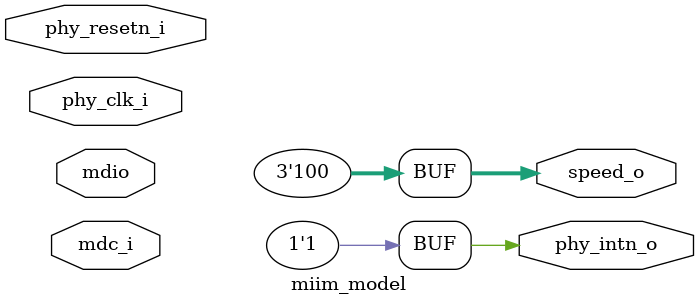
<source format=v>



module miim_model(input mdc_i, 
		  inout mdio, 
		  input phy_resetn_i, 
		  input phy_clk_i, 
		  output phy_intn_o,
		  output [2:0] speed_o);

   assign 		       phy_intn_o = 1;    // No interrupts
   assign 		       speed_o = 3'b100;  // 1G mode
   
endmodule // miim_model

</source>
